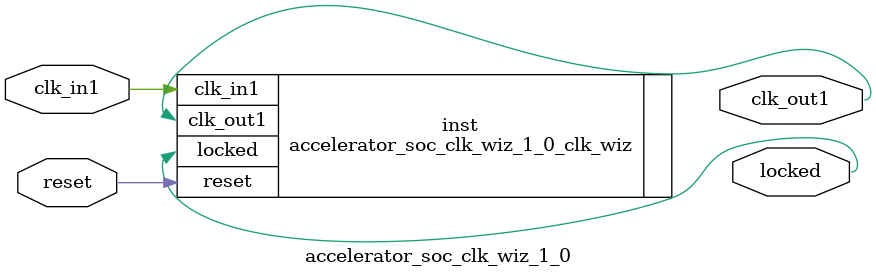
<source format=v>


`timescale 1ps/1ps

(* CORE_GENERATION_INFO = "accelerator_soc_clk_wiz_1_0,clk_wiz_v6_0_2_0_0,{component_name=accelerator_soc_clk_wiz_1_0,use_phase_alignment=false,use_min_o_jitter=false,use_max_i_jitter=false,use_dyn_phase_shift=false,use_inclk_switchover=false,use_dyn_reconfig=false,enable_axi=0,feedback_source=FDBK_AUTO,PRIMITIVE=MMCM,num_out_clk=1,clkin1_period=10.000,clkin2_period=10.000,use_power_down=false,use_reset=true,use_locked=true,use_inclk_stopped=false,feedback_type=SINGLE,CLOCK_MGR_TYPE=NA,manual_override=false}" *)

module accelerator_soc_clk_wiz_1_0 
 (
  // Clock out ports
  output        clk_out1,
  // Status and control signals
  input         reset,
  output        locked,
 // Clock in ports
  input         clk_in1
 );

  accelerator_soc_clk_wiz_1_0_clk_wiz inst
  (
  // Clock out ports  
  .clk_out1(clk_out1),
  // Status and control signals               
  .reset(reset), 
  .locked(locked),
 // Clock in ports
  .clk_in1(clk_in1)
  );

endmodule

</source>
